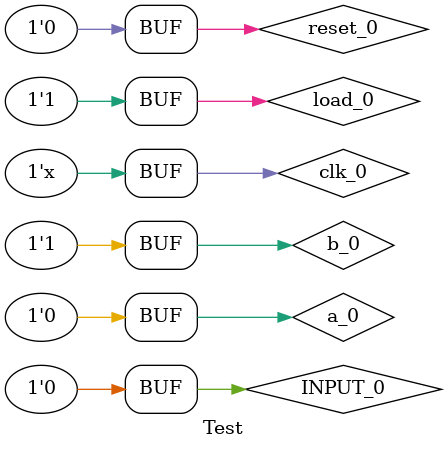
<source format=v>
`timescale 1ns / 1ps


module Test();
    reg INPUT_0, a_0, b_0, clk_0, load_0, reset_0;
    wire iesire_0;
    
    schema_wrapper schema(INPUT_0, a_0, b_0, clk_0, iesire_0,load_0, reset_0);
    
    initial begin
    
    clk_0 = 0; reset_0 = 1; load_0 = 0;
    
    #10 reset_0 = 0; load_0 = 1;
    #15 a_0 = 1; b_0 = 1; INPUT_0 = 0;
    #50 a_0 = 0; b_0 = 0; INPUT_0 = 1;
    #50 a_0 = 1; b_0 = 1; INPUT_0 = 0;
    #50 a_0 = 1; b_0 = 0; INPUT_0 = 1;
    #50 a_0 = 0; b_0 = 1; INPUT_0 = 0;
    
    end
    always 
    #25 clk_0 = ~clk_0;
    
endmodule

</source>
